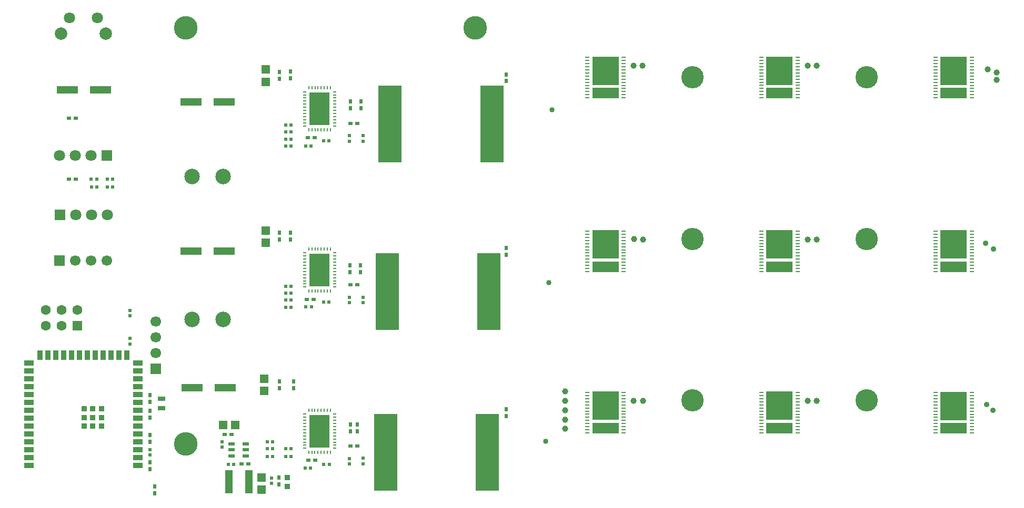
<source format=gbr>
%TF.GenerationSoftware,KiCad,Pcbnew,9.0.5*%
%TF.CreationDate,2025-10-28T20:55:24+05:00*%
%TF.ProjectId,LV08,4c563038-2e6b-4696-9361-645f70636258,rev?*%
%TF.SameCoordinates,Original*%
%TF.FileFunction,Soldermask,Top*%
%TF.FilePolarity,Negative*%
%FSLAX46Y46*%
G04 Gerber Fmt 4.6, Leading zero omitted, Abs format (unit mm)*
G04 Created by KiCad (PCBNEW 9.0.5) date 2025-10-28 20:55:24*
%MOMM*%
%LPD*%
G01*
G04 APERTURE LIST*
%ADD10R,0.540005X0.790094*%
%ADD11R,0.792000X0.221000*%
%ADD12R,4.277000X1.810000*%
%ADD13R,4.277000X4.530000*%
%ADD14C,2.500000*%
%ADD15C,1.000000*%
%ADD16R,1.350013X1.410008*%
%ADD17R,1.300000X0.700000*%
%ADD18R,0.540005X0.565659*%
%ADD19R,3.500000X1.200000*%
%ADD20R,0.565659X0.540005*%
%ADD21R,0.600000X0.250013*%
%ADD22R,0.250013X0.600000*%
%ADD23R,3.300000X5.300000*%
%ADD24C,0.900000*%
%ADD25R,1.700000X1.700000*%
%ADD26C,1.700000*%
%ADD27R,1.072009X0.532004*%
%ADD28R,0.790094X0.540005*%
%ADD29C,3.600000*%
%ADD30R,1.500000X0.900000*%
%ADD31R,0.900000X1.500000*%
%ADD32R,0.900000X0.900000*%
%ADD33R,3.825019X12.350013*%
%ADD34R,3.825019X12.320015*%
%ADD35C,0.850000*%
%ADD36R,1.800000X1.800000*%
%ADD37C,1.800000*%
%ADD38C,3.800000*%
%ADD39R,1.410008X1.350013*%
%ADD40R,0.864008X0.806477*%
%ADD41C,2.000000*%
%ADD42R,1.300000X3.700000*%
%ADD43R,1.600000X1.600000*%
%ADD44C,1.600000*%
G04 APERTURE END LIST*
D10*
%TO.C,C80*%
X81600000Y-109545085D03*
X81600000Y-108454915D03*
%TD*%
%TO.C,C29*%
X101600000Y-67559830D03*
X101600000Y-68650000D03*
%TD*%
D11*
%TO.C,U17*%
X157029460Y-73791846D03*
X157029460Y-73289846D03*
X157029460Y-72787846D03*
X157029460Y-72285846D03*
X157029460Y-71783846D03*
X157029460Y-71281846D03*
X157029460Y-70779846D03*
X157029460Y-70277846D03*
X157029460Y-69775846D03*
X157029460Y-69273846D03*
X157029460Y-68771846D03*
X157029460Y-68269846D03*
X157029460Y-67767846D03*
X157029460Y-67265846D03*
X151197460Y-67278846D03*
X151197460Y-67778846D03*
X151197460Y-68278846D03*
X151197460Y-68778846D03*
X151197460Y-69278846D03*
X151197460Y-69775846D03*
X151197460Y-70278846D03*
X151197460Y-70779846D03*
X151197460Y-71281846D03*
X151197460Y-71783846D03*
X151197460Y-72285846D03*
X151197460Y-72778846D03*
X151197460Y-73289846D03*
X151197460Y-73778846D03*
D12*
X154113460Y-72996846D03*
D13*
X154113460Y-69420846D03*
%TD*%
D14*
%TO.C,J10*%
X87597381Y-81508503D03*
X92597381Y-81508503D03*
%TD*%
D15*
%TO.C,TP22*%
X160104013Y-68628095D03*
%TD*%
D14*
%TO.C,J2*%
X87600000Y-58500000D03*
X92600000Y-58500000D03*
%TD*%
D16*
%TO.C,C2*%
X99400000Y-41225000D03*
X99400000Y-43225000D03*
%TD*%
D17*
%TO.C,Y1*%
X82700000Y-95799987D03*
X82700000Y-94299987D03*
%TD*%
D18*
%TO.C,R47*%
X112887533Y-103900888D03*
X112887533Y-104766522D03*
%TD*%
D19*
%TO.C,C85*%
X72820053Y-44525000D03*
X67479947Y-44525000D03*
%TD*%
D15*
%TO.C,TP32*%
X158600000Y-94618731D03*
%TD*%
D10*
%TO.C,C65*%
X114200000Y-98459830D03*
X114200000Y-99550000D03*
%TD*%
D20*
%TO.C,R59*%
X71365839Y-60123396D03*
X72231473Y-60123396D03*
%TD*%
D21*
%TO.C,U2*%
X110497759Y-76273529D03*
X110497759Y-75773657D03*
X110497759Y-75273529D03*
X110497759Y-74773657D03*
X110497759Y-74273529D03*
X110497759Y-73773657D03*
X110497759Y-73273529D03*
X110497759Y-72773657D03*
X110497759Y-72273529D03*
X110497759Y-71773657D03*
X110497759Y-71273529D03*
X110497759Y-70773657D03*
D22*
X109847772Y-70123669D03*
X109347645Y-70123669D03*
X108847772Y-70123669D03*
X108347645Y-70123669D03*
X107847772Y-70123669D03*
X107347645Y-70123669D03*
X106847772Y-70123669D03*
X106347645Y-70123669D03*
D21*
X105697658Y-70773657D03*
X105697658Y-71273529D03*
X105697658Y-71773657D03*
X105697658Y-72273529D03*
X105697658Y-72773657D03*
X105697658Y-73273529D03*
X105697658Y-73773657D03*
X105697658Y-74273529D03*
X105697658Y-74773657D03*
X105697658Y-75273529D03*
X105697658Y-75773657D03*
X105697658Y-76273529D03*
D22*
X106347645Y-76923517D03*
X106847772Y-76923517D03*
X107347645Y-76923517D03*
X107847772Y-76923517D03*
X108347645Y-76923517D03*
X108847772Y-76923517D03*
X109347645Y-76923517D03*
X109847772Y-76923517D03*
D23*
X108097709Y-73523720D03*
%TD*%
D18*
%TO.C,R52*%
X80800000Y-102467183D03*
X80800000Y-103332817D03*
%TD*%
D16*
%TO.C,C265*%
X98750000Y-106950000D03*
X98750000Y-108950000D03*
%TD*%
D24*
%TO.C,TP20*%
X215275000Y-69225000D03*
%TD*%
D10*
%TO.C,C41*%
X138100000Y-70004915D03*
X138100000Y-71095085D03*
%TD*%
D18*
%TO.C,R4*%
X115100000Y-51900000D03*
X115100000Y-52765634D03*
%TD*%
D25*
%TO.C,J9*%
X81700000Y-89435008D03*
D26*
X81700000Y-86895003D03*
X81700000Y-84354997D03*
X81700000Y-81814992D03*
%TD*%
D18*
%TO.C,R56*%
X77600000Y-84567183D03*
X77600000Y-85432817D03*
%TD*%
D20*
%TO.C,R143*%
X99654090Y-103627538D03*
X100519724Y-103627538D03*
%TD*%
D11*
%TO.C,U14*%
X157019529Y-45785806D03*
X157019529Y-45283806D03*
X157019529Y-44781806D03*
X157019529Y-44279806D03*
X157019529Y-43777806D03*
X157019529Y-43275806D03*
X157019529Y-42773806D03*
X157019529Y-42271806D03*
X157019529Y-41769806D03*
X157019529Y-41267806D03*
X157019529Y-40765806D03*
X157019529Y-40263806D03*
X157019529Y-39761806D03*
X157019529Y-39259806D03*
X151187529Y-39272806D03*
X151187529Y-39772806D03*
X151187529Y-40272806D03*
X151187529Y-40772806D03*
X151187529Y-41272806D03*
X151187529Y-41769806D03*
X151187529Y-42272806D03*
X151187529Y-42773806D03*
X151187529Y-43275806D03*
X151187529Y-43777806D03*
X151187529Y-44279806D03*
X151187529Y-44772806D03*
X151187529Y-45283806D03*
X151187529Y-45772806D03*
D12*
X154103529Y-44990806D03*
D13*
X154103529Y-41414806D03*
%TD*%
D15*
%TO.C,TP29*%
X160103286Y-94626947D03*
%TD*%
D27*
%TO.C,U27*%
X96244792Y-103468478D03*
X96244792Y-102518516D03*
X96244792Y-101568554D03*
X93946596Y-101568554D03*
X93946596Y-102518516D03*
X93946596Y-103468478D03*
%TD*%
D20*
%TO.C,R136*%
X102663546Y-79530814D03*
X103529180Y-79530814D03*
%TD*%
D15*
%TO.C,TP13*%
X186600000Y-40600000D03*
%TD*%
D20*
%TO.C,R134*%
X102657727Y-77296043D03*
X103523361Y-77296043D03*
%TD*%
%TO.C,R3*%
X105860490Y-53527141D03*
X106726124Y-53527141D03*
%TD*%
D28*
%TO.C,C22*%
X96639814Y-104819569D03*
X95549644Y-104819569D03*
%TD*%
D11*
%TO.C,U23*%
X185020356Y-99792780D03*
X185020356Y-99290780D03*
X185020356Y-98788780D03*
X185020356Y-98286780D03*
X185020356Y-97784780D03*
X185020356Y-97282780D03*
X185020356Y-96780780D03*
X185020356Y-96278780D03*
X185020356Y-95776780D03*
X185020356Y-95274780D03*
X185020356Y-94772780D03*
X185020356Y-94270780D03*
X185020356Y-93768780D03*
X185020356Y-93266780D03*
X179188356Y-93279780D03*
X179188356Y-93779780D03*
X179188356Y-94279780D03*
X179188356Y-94779780D03*
X179188356Y-95279780D03*
X179188356Y-95776780D03*
X179188356Y-96279780D03*
X179188356Y-96780780D03*
X179188356Y-97282780D03*
X179188356Y-97784780D03*
X179188356Y-98286780D03*
X179188356Y-98779780D03*
X179188356Y-99290780D03*
X179188356Y-99779780D03*
D12*
X182104356Y-98997780D03*
D13*
X182104356Y-95421780D03*
%TD*%
D28*
%TO.C,C263*%
X114146591Y-101918715D03*
X113056421Y-101918715D03*
%TD*%
D10*
%TO.C,C32*%
X114675000Y-72784830D03*
X114675000Y-73875000D03*
%TD*%
%TO.C,C9*%
X114720400Y-46398030D03*
X114720400Y-47488200D03*
%TD*%
D29*
%TO.C,M4*%
X196100000Y-94525000D03*
%TD*%
D15*
%TO.C,TP31*%
X186600000Y-94625404D03*
%TD*%
D10*
%TO.C,C12*%
X138100000Y-42004915D03*
X138100000Y-43095085D03*
%TD*%
D11*
%TO.C,U12*%
X213015876Y-45786641D03*
X213015876Y-45284641D03*
X213015876Y-44782641D03*
X213015876Y-44280641D03*
X213015876Y-43778641D03*
X213015876Y-43276641D03*
X213015876Y-42774641D03*
X213015876Y-42272641D03*
X213015876Y-41770641D03*
X213015876Y-41268641D03*
X213015876Y-40766641D03*
X213015876Y-40264641D03*
X213015876Y-39762641D03*
X213015876Y-39260641D03*
X207183876Y-39273641D03*
X207183876Y-39773641D03*
X207183876Y-40273641D03*
X207183876Y-40773641D03*
X207183876Y-41273641D03*
X207183876Y-41770641D03*
X207183876Y-42273641D03*
X207183876Y-42774641D03*
X207183876Y-43276641D03*
X207183876Y-43778641D03*
X207183876Y-44280641D03*
X207183876Y-44773641D03*
X207183876Y-45284641D03*
X207183876Y-45773641D03*
D12*
X210099876Y-44991641D03*
D13*
X210099876Y-41415641D03*
%TD*%
D10*
%TO.C,C264*%
X101550000Y-107000000D03*
X101550000Y-108090170D03*
%TD*%
D15*
%TO.C,TP26*%
X217004689Y-42926573D03*
%TD*%
D20*
%TO.C,R62*%
X73960349Y-58926343D03*
X74825983Y-58926343D03*
%TD*%
D28*
%TO.C,C86*%
X68840170Y-49050000D03*
X67750000Y-49050000D03*
%TD*%
D30*
%TO.C,U7*%
X78848382Y-105043795D03*
X78848382Y-103773792D03*
X78848382Y-102503790D03*
X78848382Y-101233787D03*
X78848382Y-99963785D03*
X78848382Y-98693782D03*
X78848382Y-97423780D03*
X78848382Y-96153777D03*
X78848382Y-94883774D03*
X78848382Y-93613772D03*
X78848382Y-92343769D03*
X78848382Y-91073767D03*
X78848382Y-89803764D03*
X78848382Y-88533762D03*
D31*
X77083332Y-87253853D03*
X75813329Y-87253853D03*
X74543327Y-87253853D03*
X73273324Y-87253853D03*
X72003322Y-87253853D03*
X70733319Y-87253853D03*
X69463317Y-87253853D03*
X68193314Y-87253853D03*
X66923312Y-87253853D03*
X65653309Y-87253853D03*
X64383307Y-87253853D03*
X63113304Y-87283825D03*
D30*
X61348254Y-88533762D03*
X61348254Y-89803764D03*
X61348254Y-91073767D03*
X61348254Y-92343769D03*
X61348254Y-93613772D03*
X61348254Y-94883774D03*
X61348254Y-96153777D03*
X61348254Y-97423780D03*
X61348254Y-98693782D03*
X61348254Y-99963785D03*
X61348254Y-101233787D03*
X61348254Y-102503790D03*
X61348254Y-103773792D03*
X61348254Y-105043795D03*
D32*
X72998496Y-98723754D03*
X72998496Y-97323703D03*
X72998496Y-95923653D03*
X71598445Y-98723754D03*
X71598445Y-97323703D03*
X71598445Y-95923653D03*
X70198394Y-98723754D03*
X70198394Y-97323703D03*
X70198394Y-95923653D03*
%TD*%
D20*
%TO.C,R44*%
X108772679Y-104830063D03*
X109638313Y-104830063D03*
%TD*%
D33*
%TO.C,L1*%
X119444908Y-50000000D03*
D34*
X135800000Y-50000000D03*
%TD*%
D20*
%TO.C,R14*%
X102667183Y-50200000D03*
X103532817Y-50200000D03*
%TD*%
D10*
%TO.C,C79*%
X80800000Y-100104915D03*
X80800000Y-101195085D03*
%TD*%
D35*
%TO.C,TP_VDD2*%
X145000000Y-75600000D03*
%TD*%
D28*
%TO.C,C21*%
X93940170Y-100050000D03*
X92850000Y-100050000D03*
%TD*%
D10*
%TO.C,C68*%
X138100000Y-96004915D03*
X138100000Y-97095085D03*
%TD*%
D20*
%TO.C,R41*%
X99660683Y-101193936D03*
X100526317Y-101193936D03*
%TD*%
D10*
%TO.C,C7*%
X101600000Y-41604915D03*
X101600000Y-42695085D03*
%TD*%
D20*
%TO.C,R22*%
X105900000Y-79500000D03*
X106765634Y-79500000D03*
%TD*%
D10*
%TO.C,C78*%
X80800000Y-93704915D03*
X80800000Y-94795085D03*
%TD*%
D36*
%TO.C,J6*%
X66285547Y-64642819D03*
D37*
X68825552Y-64642819D03*
X71365558Y-64642819D03*
X73905563Y-64642819D03*
%TD*%
D25*
%TO.C,J4*%
X66275000Y-72025000D03*
D26*
X68815005Y-72025000D03*
X71355011Y-72025000D03*
X73895016Y-72025000D03*
%TD*%
D28*
%TO.C,C19*%
X114145085Y-49900000D03*
X113054915Y-49900000D03*
%TD*%
D29*
%TO.C,M6*%
X196100000Y-42500000D03*
%TD*%
D35*
%TO.C,TP_VDD1*%
X145500000Y-47700000D03*
%TD*%
D38*
%TO.C,H4*%
X86600000Y-101525000D03*
%TD*%
D10*
%TO.C,C30*%
X103397439Y-67566182D03*
X103397439Y-68656352D03*
%TD*%
D11*
%TO.C,U16*%
X185020556Y-73781249D03*
X185020556Y-73279249D03*
X185020556Y-72777249D03*
X185020556Y-72275249D03*
X185020556Y-71773249D03*
X185020556Y-71271249D03*
X185020556Y-70769249D03*
X185020556Y-70267249D03*
X185020556Y-69765249D03*
X185020556Y-69263249D03*
X185020556Y-68761249D03*
X185020556Y-68259249D03*
X185020556Y-67757249D03*
X185020556Y-67255249D03*
X179188556Y-67268249D03*
X179188556Y-67768249D03*
X179188556Y-68268249D03*
X179188556Y-68768249D03*
X179188556Y-69268249D03*
X179188556Y-69765249D03*
X179188556Y-70268249D03*
X179188556Y-70769249D03*
X179188556Y-71271249D03*
X179188556Y-71773249D03*
X179188556Y-72275249D03*
X179188556Y-72768249D03*
X179188556Y-73279249D03*
X179188556Y-73768249D03*
D12*
X182104556Y-72986249D03*
D13*
X182104556Y-69410249D03*
%TD*%
D20*
%TO.C,R141*%
X99659908Y-102359575D03*
X100525542Y-102359575D03*
%TD*%
D15*
%TO.C,TP28*%
X188103217Y-94625737D03*
%TD*%
D20*
%TO.C,R15*%
X102650000Y-51300000D03*
X103515634Y-51300000D03*
%TD*%
D29*
%TO.C,M3*%
X168100000Y-94525000D03*
%TD*%
D36*
%TO.C,J7*%
X73900364Y-55036661D03*
D37*
X71360359Y-55036661D03*
X68820353Y-55036661D03*
X66280348Y-55036661D03*
%TD*%
D39*
%TO.C,C20*%
X94550000Y-98500000D03*
X92550000Y-98500000D03*
%TD*%
D28*
%TO.C,C73*%
X106262497Y-104224845D03*
X107352667Y-104224845D03*
%TD*%
D10*
%TO.C,C8*%
X103400000Y-41559830D03*
X103400000Y-42650000D03*
%TD*%
D15*
%TO.C,TP34*%
X147575000Y-97625000D03*
%TD*%
%TO.C,TP24*%
X186602225Y-68624333D03*
%TD*%
D19*
%TO.C,C23*%
X92748643Y-70525678D03*
X87408537Y-70525678D03*
%TD*%
D15*
%TO.C,TP25*%
X158675000Y-68525000D03*
%TD*%
D28*
%TO.C,C262*%
X113059830Y-75900000D03*
X114150000Y-75900000D03*
%TD*%
D20*
%TO.C,R16*%
X102667183Y-52450000D03*
X103532817Y-52450000D03*
%TD*%
D18*
%TO.C,R54*%
X77600000Y-80932817D03*
X77600000Y-80067183D03*
%TD*%
D15*
%TO.C,TP35*%
X147603626Y-96127196D03*
%TD*%
D10*
%TO.C,C58*%
X113030000Y-98464115D03*
X113030000Y-99554285D03*
%TD*%
D20*
%TO.C,R8*%
X108759837Y-52726548D03*
X109625471Y-52726548D03*
%TD*%
D38*
%TO.C,H2*%
X86587280Y-34523680D03*
%TD*%
D18*
%TO.C,R13*%
X112897540Y-51886550D03*
X112897540Y-52752184D03*
%TD*%
D28*
%TO.C,C46*%
X106054915Y-78250000D03*
X107145085Y-78250000D03*
%TD*%
D29*
%TO.C,M1*%
X168125000Y-68525000D03*
%TD*%
D10*
%TO.C,C57*%
X103886000Y-91453715D03*
X103886000Y-92543885D03*
%TD*%
D15*
%TO.C,TP9*%
X215610000Y-41170000D03*
%TD*%
D19*
%TO.C,C1*%
X92942424Y-92526880D03*
X87602318Y-92526880D03*
%TD*%
D10*
%TO.C,C56*%
X101600000Y-91453715D03*
X101600000Y-92543885D03*
%TD*%
D20*
%TO.C,R135*%
X102660675Y-78389146D03*
X103526309Y-78389146D03*
%TD*%
D15*
%TO.C,TP14*%
X158598484Y-40624072D03*
%TD*%
D40*
%TO.C,R147*%
X102875000Y-106950000D03*
X102875000Y-108456732D03*
%TD*%
D15*
%TO.C,TP10*%
X188098908Y-40622894D03*
%TD*%
D28*
%TO.C,C18*%
X106232493Y-52216700D03*
X107322663Y-52216700D03*
%TD*%
D20*
%TO.C,R145*%
X93430733Y-104825428D03*
X94296367Y-104825428D03*
%TD*%
D38*
%TO.C,H3*%
X133106067Y-34528451D03*
%TD*%
D20*
%TO.C,R27*%
X108763828Y-78720491D03*
X109629462Y-78720491D03*
%TD*%
D21*
%TO.C,U4*%
X110493101Y-102271218D03*
X110493101Y-101771346D03*
X110493101Y-101271218D03*
X110493101Y-100771346D03*
X110493101Y-100271218D03*
X110493101Y-99771346D03*
X110493101Y-99271218D03*
X110493101Y-98771346D03*
X110493101Y-98271218D03*
X110493101Y-97771346D03*
X110493101Y-97271218D03*
X110493101Y-96771346D03*
D22*
X109843114Y-96121358D03*
X109342987Y-96121358D03*
X108843114Y-96121358D03*
X108342987Y-96121358D03*
X107843114Y-96121358D03*
X107342987Y-96121358D03*
X106843114Y-96121358D03*
X106342987Y-96121358D03*
D21*
X105693000Y-96771346D03*
X105693000Y-97271218D03*
X105693000Y-97771346D03*
X105693000Y-98271218D03*
X105693000Y-98771346D03*
X105693000Y-99271218D03*
X105693000Y-99771346D03*
X105693000Y-100271218D03*
X105693000Y-100771346D03*
X105693000Y-101271218D03*
X105693000Y-101771346D03*
X105693000Y-102271218D03*
D22*
X106342987Y-102921206D03*
X106843114Y-102921206D03*
X107342987Y-102921206D03*
X107843114Y-102921206D03*
X108342987Y-102921206D03*
X108843114Y-102921206D03*
X109342987Y-102921206D03*
X109843114Y-102921206D03*
D23*
X108093051Y-99521409D03*
%TD*%
D11*
%TO.C,U15*%
X213015999Y-73788734D03*
X213015999Y-73286734D03*
X213015999Y-72784734D03*
X213015999Y-72282734D03*
X213015999Y-71780734D03*
X213015999Y-71278734D03*
X213015999Y-70776734D03*
X213015999Y-70274734D03*
X213015999Y-69772734D03*
X213015999Y-69270734D03*
X213015999Y-68768734D03*
X213015999Y-68266734D03*
X213015999Y-67764734D03*
X213015999Y-67262734D03*
X207183999Y-67275734D03*
X207183999Y-67775734D03*
X207183999Y-68275734D03*
X207183999Y-68775734D03*
X207183999Y-69275734D03*
X207183999Y-69772734D03*
X207183999Y-70275734D03*
X207183999Y-70776734D03*
X207183999Y-71278734D03*
X207183999Y-71780734D03*
X207183999Y-72282734D03*
X207183999Y-72775734D03*
X207183999Y-73286734D03*
X207183999Y-73775734D03*
D12*
X210099999Y-72993734D03*
D13*
X210099999Y-69417734D03*
%TD*%
D10*
%TO.C,C77*%
X80800000Y-97300000D03*
X80800000Y-96209830D03*
%TD*%
D15*
%TO.C,TP21*%
X188102722Y-68627226D03*
%TD*%
D20*
%TO.C,R133*%
X102656974Y-76201474D03*
X103522608Y-76201474D03*
%TD*%
%TO.C,R38*%
X105775000Y-105450000D03*
X106640634Y-105450000D03*
%TD*%
D15*
%TO.C,TP12*%
X217017600Y-41681400D03*
%TD*%
D24*
%TO.C,TP30*%
X216402692Y-96125582D03*
%TD*%
D18*
%TO.C,R23*%
X115100000Y-78782817D03*
X115100000Y-77917183D03*
%TD*%
D15*
%TO.C,TP33*%
X147603625Y-99125409D03*
%TD*%
D10*
%TO.C,C31*%
X113000000Y-72759830D03*
X113000000Y-73850000D03*
%TD*%
D20*
%TO.C,R60*%
X73967183Y-60134200D03*
X74832817Y-60134200D03*
%TD*%
D11*
%TO.C,U22*%
X213016280Y-99793663D03*
X213016280Y-99291663D03*
X213016280Y-98789663D03*
X213016280Y-98287663D03*
X213016280Y-97785663D03*
X213016280Y-97283663D03*
X213016280Y-96781663D03*
X213016280Y-96279663D03*
X213016280Y-95777663D03*
X213016280Y-95275663D03*
X213016280Y-94773663D03*
X213016280Y-94271663D03*
X213016280Y-93769663D03*
X213016280Y-93267663D03*
X207184280Y-93280663D03*
X207184280Y-93780663D03*
X207184280Y-94280663D03*
X207184280Y-94780663D03*
X207184280Y-95280663D03*
X207184280Y-95777663D03*
X207184280Y-96280663D03*
X207184280Y-96781663D03*
X207184280Y-97283663D03*
X207184280Y-97785663D03*
X207184280Y-98287663D03*
X207184280Y-98780663D03*
X207184280Y-99291663D03*
X207184280Y-99780663D03*
D12*
X210100280Y-98998663D03*
D13*
X210100280Y-95422663D03*
%TD*%
D10*
%TO.C,C11*%
X113025000Y-46400000D03*
X113025000Y-47490170D03*
%TD*%
D33*
%TO.C,L2*%
X118972454Y-77000000D03*
D34*
X135327546Y-77000000D03*
%TD*%
D15*
%TO.C,TP36*%
X147575000Y-94625000D03*
%TD*%
D16*
%TO.C,C27*%
X99400000Y-67150000D03*
X99400000Y-69150000D03*
%TD*%
D15*
%TO.C,TP11*%
X160094311Y-40624875D03*
%TD*%
%TO.C,TP37*%
X147603626Y-93127547D03*
%TD*%
D10*
%TO.C,C81*%
X80800000Y-105595085D03*
X80800000Y-104504915D03*
%TD*%
D21*
%TO.C,U1*%
X110500114Y-50300012D03*
X110500114Y-49800140D03*
X110500114Y-49300012D03*
X110500114Y-48800140D03*
X110500114Y-48300012D03*
X110500114Y-47800140D03*
X110500114Y-47300012D03*
X110500114Y-46800140D03*
X110500114Y-46300012D03*
X110500114Y-45800140D03*
X110500114Y-45300012D03*
X110500114Y-44800140D03*
D22*
X109850127Y-44150152D03*
X109350000Y-44150152D03*
X108850127Y-44150152D03*
X108350000Y-44150152D03*
X107850127Y-44150152D03*
X107350000Y-44150152D03*
X106850127Y-44150152D03*
X106350000Y-44150152D03*
D21*
X105700013Y-44800140D03*
X105700013Y-45300012D03*
X105700013Y-45800140D03*
X105700013Y-46300012D03*
X105700013Y-46800140D03*
X105700013Y-47300012D03*
X105700013Y-47800140D03*
X105700013Y-48300012D03*
X105700013Y-48800140D03*
X105700013Y-49300012D03*
X105700013Y-49800140D03*
X105700013Y-50300012D03*
D22*
X106350000Y-50950000D03*
X106850127Y-50950000D03*
X107350000Y-50950000D03*
X107850127Y-50950000D03*
X108350000Y-50950000D03*
X108850127Y-50950000D03*
X109350000Y-50950000D03*
X109850127Y-50950000D03*
D23*
X108100064Y-47550203D03*
%TD*%
D24*
%TO.C,TP23*%
X216502047Y-70124565D03*
%TD*%
D20*
%TO.C,R142*%
X102667183Y-102320239D03*
X103532817Y-102320239D03*
%TD*%
D37*
%TO.C,K1*%
X72350445Y-32879997D03*
X67849555Y-32879997D03*
D41*
X66500813Y-35420003D03*
X73699187Y-35420003D03*
%TD*%
D35*
%TO.C,TP_VDD3*%
X144500000Y-101100000D03*
%TD*%
D18*
%TO.C,R146*%
X92400000Y-102082817D03*
X92400000Y-101217183D03*
%TD*%
D29*
%TO.C,M2*%
X196100000Y-68525000D03*
%TD*%
D20*
%TO.C,R144*%
X102667183Y-103624749D03*
X103532817Y-103624749D03*
%TD*%
D19*
%TO.C,C50*%
X92767051Y-46462014D03*
X87426945Y-46462014D03*
%TD*%
D33*
%TO.C,L4*%
X118744908Y-102950000D03*
D34*
X135100000Y-102950000D03*
%TD*%
D11*
%TO.C,U13*%
X185003597Y-45782575D03*
X185003597Y-45280575D03*
X185003597Y-44778575D03*
X185003597Y-44276575D03*
X185003597Y-43774575D03*
X185003597Y-43272575D03*
X185003597Y-42770575D03*
X185003597Y-42268575D03*
X185003597Y-41766575D03*
X185003597Y-41264575D03*
X185003597Y-40762575D03*
X185003597Y-40260575D03*
X185003597Y-39758575D03*
X185003597Y-39256575D03*
X179171597Y-39269575D03*
X179171597Y-39769575D03*
X179171597Y-40269575D03*
X179171597Y-40769575D03*
X179171597Y-41269575D03*
X179171597Y-41766575D03*
X179171597Y-42269575D03*
X179171597Y-42770575D03*
X179171597Y-43272575D03*
X179171597Y-43774575D03*
X179171597Y-44276575D03*
X179171597Y-44769575D03*
X179171597Y-45280575D03*
X179171597Y-45769575D03*
D12*
X182087597Y-44987575D03*
D13*
X182087597Y-41411575D03*
%TD*%
D18*
%TO.C,R148*%
X100333260Y-107037746D03*
X100333260Y-107903380D03*
%TD*%
D24*
%TO.C,TP27*%
X215403343Y-95226533D03*
%TD*%
D16*
%TO.C,C51*%
X99200000Y-91025000D03*
X99200000Y-93025000D03*
%TD*%
D11*
%TO.C,U24*%
X157020331Y-99788325D03*
X157020331Y-99286325D03*
X157020331Y-98784325D03*
X157020331Y-98282325D03*
X157020331Y-97780325D03*
X157020331Y-97278325D03*
X157020331Y-96776325D03*
X157020331Y-96274325D03*
X157020331Y-95772325D03*
X157020331Y-95270325D03*
X157020331Y-94768325D03*
X157020331Y-94266325D03*
X157020331Y-93764325D03*
X157020331Y-93262325D03*
X151188331Y-93275325D03*
X151188331Y-93775325D03*
X151188331Y-94275325D03*
X151188331Y-94775325D03*
X151188331Y-95275325D03*
X151188331Y-95772325D03*
X151188331Y-96275325D03*
X151188331Y-96776325D03*
X151188331Y-97278325D03*
X151188331Y-97780325D03*
X151188331Y-98282325D03*
X151188331Y-98775325D03*
X151188331Y-99286325D03*
X151188331Y-99775325D03*
D12*
X154104331Y-98993325D03*
D13*
X154104331Y-95417325D03*
%TD*%
D18*
%TO.C,R30*%
X112900000Y-77917183D03*
X112900000Y-78782817D03*
%TD*%
%TO.C,R40*%
X115100000Y-103884366D03*
X115100000Y-104750000D03*
%TD*%
D20*
%TO.C,R17*%
X102667183Y-53550000D03*
X103532817Y-53550000D03*
%TD*%
D42*
%TO.C,L11*%
X93525051Y-107625000D03*
X96724949Y-107625000D03*
%TD*%
D29*
%TO.C,M5*%
X168100000Y-42500000D03*
%TD*%
D28*
%TO.C,C89*%
X68855949Y-58920845D03*
X67765779Y-58920845D03*
%TD*%
D20*
%TO.C,R61*%
X71363475Y-58918447D03*
X72229109Y-58918447D03*
%TD*%
D43*
%TO.C,J3*%
X69096049Y-82526284D03*
D44*
X69096049Y-79986278D03*
X66556044Y-82526284D03*
X66556044Y-79986278D03*
X64016039Y-82526284D03*
X64016039Y-79986278D03*
%TD*%
M02*

</source>
